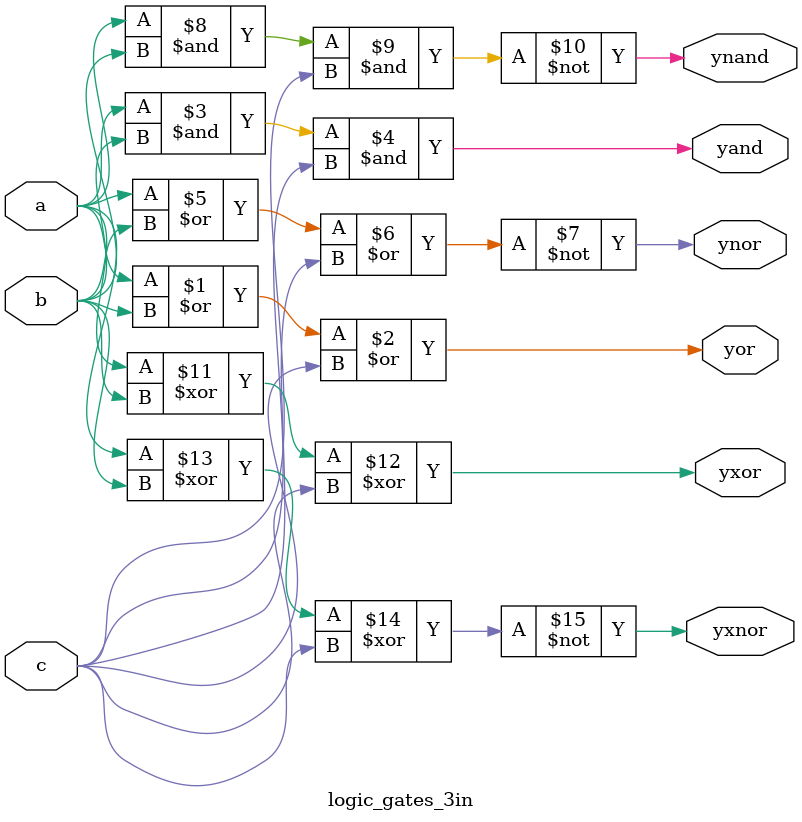
<source format=v>
module logic_gates_3in(a,b,c,yor,yand,ynor,ynand,yxor,yxnor);

input a,b,c;

output yor,yand,ynor,ynand,yxor,yxnor;

or(yor,a,b,c);
and(yand,a,b,c);
nor(ynor,a,b,c);
nand(ynand,a,b,c);
xor(yxor,a,b,c);
xnor(yxnor,a,b,c);

endmodule

</source>
